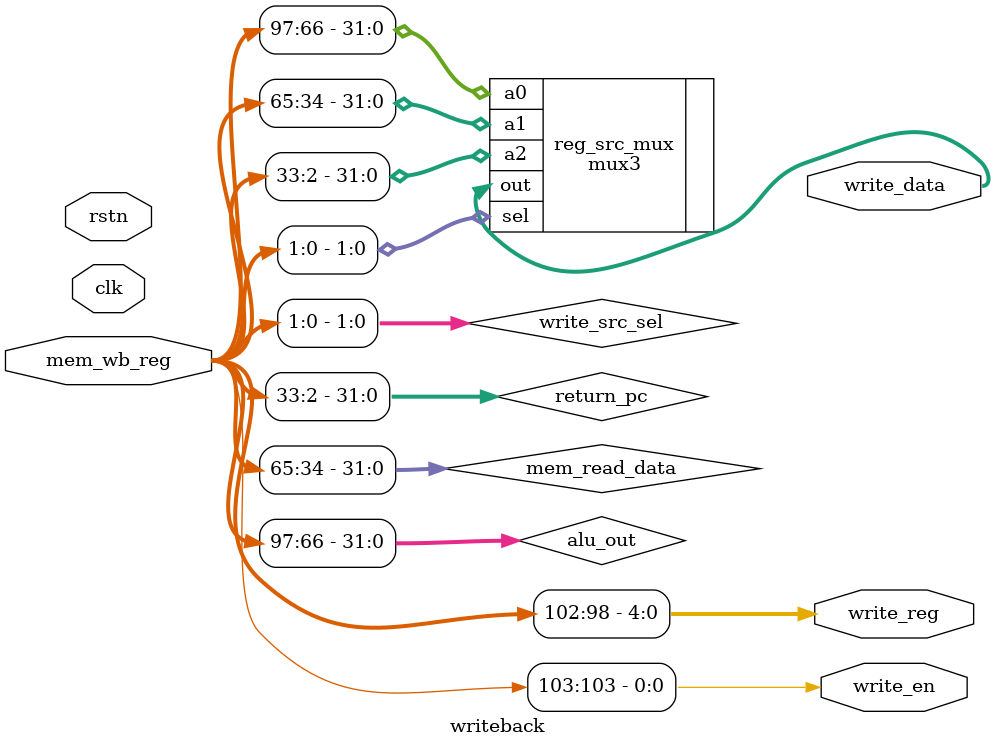
<source format=sv>

module writeback #(
	parameter REG_WIDTH = 32,
	parameter REG_COUNT = 32,
	parameter CTRL_SIZE = 21,
	parameter REG_BITS = $clog2(REG_COUNT)
)(
	input logic clk, rstn,
	input logic [1 + REG_BITS + REG_WIDTH*3 + 2 - 1:0] mem_wb_reg,
	output logic write_en,
	output logic [REG_BITS-1:0] write_reg,
	output logic signed [REG_WIDTH-1:0] write_data
);

	logic [REG_WIDTH-1:0] alu_out, mem_read_data, return_pc;
	logic [1:0] write_src_sel;
	
	mux3 #(.WIDTH(REG_WIDTH)) reg_src_mux (
			.a0(alu_out),
			.a1(mem_read_data),
			.a2(return_pc),
			.sel(write_src_sel),
			.out(write_data)
	);
	
	assign {write_en, write_reg, alu_out, mem_read_data, return_pc, write_src_sel} = mem_wb_reg;
	
endmodule
</source>
